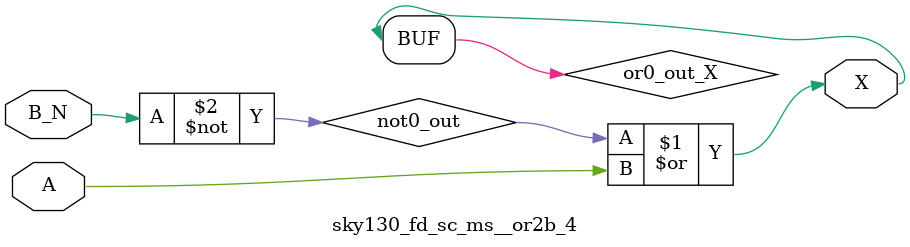
<source format=v>
/*
 * Copyright 2020 The SkyWater PDK Authors
 *
 * Licensed under the Apache License, Version 2.0 (the "License");
 * you may not use this file except in compliance with the License.
 * You may obtain a copy of the License at
 *
 *     https://www.apache.org/licenses/LICENSE-2.0
 *
 * Unless required by applicable law or agreed to in writing, software
 * distributed under the License is distributed on an "AS IS" BASIS,
 * WITHOUT WARRANTIES OR CONDITIONS OF ANY KIND, either express or implied.
 * See the License for the specific language governing permissions and
 * limitations under the License.
 *
 * SPDX-License-Identifier: Apache-2.0
*/


`ifndef SKY130_FD_SC_MS__OR2B_4_FUNCTIONAL_V
`define SKY130_FD_SC_MS__OR2B_4_FUNCTIONAL_V

/**
 * or2b: 2-input OR, first input inverted.
 *
 * Verilog simulation functional model.
 */

`timescale 1ns / 1ps
`default_nettype none

`celldefine
module sky130_fd_sc_ms__or2b_4 (
    X  ,
    A  ,
    B_N
);

    // Module ports
    output X  ;
    input  A  ;
    input  B_N;

    // Local signals
    wire not0_out ;
    wire or0_out_X;

    //  Name  Output     Other arguments
    not not0 (not0_out , B_N            );
    or  or0  (or0_out_X, not0_out, A    );
    buf buf0 (X        , or0_out_X      );

endmodule
`endcelldefine

`default_nettype wire
`endif  // SKY130_FD_SC_MS__OR2B_4_FUNCTIONAL_V

</source>
